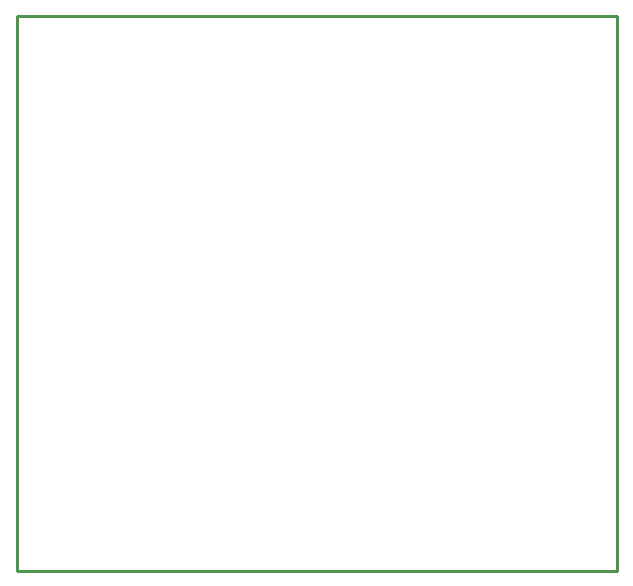
<source format=gbr>
G04 start of page 4 for group 2 idx 2 *
G04 Title: (unknown), outline *
G04 Creator: pcb 20100929 *
G04 CreationDate: Wed Feb  3 23:32:12 2016 UTC *
G04 For: bert *
G04 Format: Gerber/RS-274X *
G04 PCB-Dimensions: 300000 250000 *
G04 PCB-Coordinate-Origin: lower left *
%MOIN*%
%FSLAX25Y25*%
%LNOUTLINE*%
%ADD26C,0.0100*%
G54D26*X0Y55000D02*Y240000D01*
X200000D01*
Y55000D01*
X0D01*
M02*

</source>
